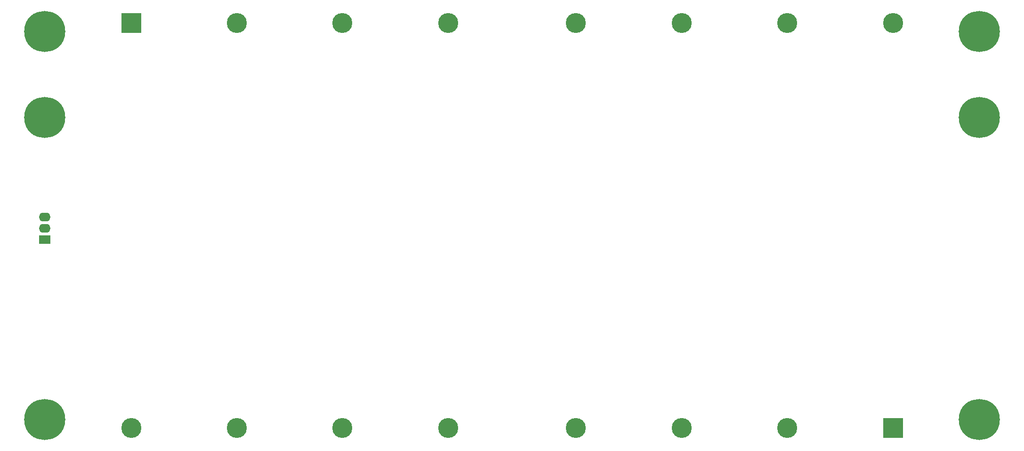
<source format=gbr>
G04 #@! TF.FileFunction,Soldermask,Bot*
%FSLAX46Y46*%
G04 Gerber Fmt 4.6, Leading zero omitted, Abs format (unit mm)*
G04 Created by KiCad (PCBNEW 4.0.6) date 04/26/18 16:11:40*
%MOMM*%
%LPD*%
G01*
G04 APERTURE LIST*
%ADD10C,0.100000*%
%ADD11R,3.600000X3.600000*%
%ADD12C,3.600000*%
%ADD13R,2.100000X1.600000*%
%ADD14O,2.100000X1.600000*%
%ADD15C,7.400000*%
G04 APERTURE END LIST*
D10*
D11*
X216500000Y-136500000D03*
D12*
X197500000Y-136500000D03*
X178500000Y-136500000D03*
X159500000Y-136500000D03*
X216500000Y-63500000D03*
X197500000Y-63500000D03*
X178500000Y-63500000D03*
X159500000Y-63500000D03*
D13*
X64000000Y-102500000D03*
D14*
X64000000Y-100500000D03*
X64000000Y-98500000D03*
D11*
X79500000Y-63500000D03*
D12*
X98500000Y-63500000D03*
X117500000Y-63500000D03*
X136500000Y-63500000D03*
X79500000Y-136500000D03*
X98500000Y-136500000D03*
X117500000Y-136500000D03*
X136500000Y-136500000D03*
D15*
X64000000Y-80500000D03*
X232000000Y-80500000D03*
X64000000Y-65000000D03*
X64000000Y-135000000D03*
X232000000Y-65000000D03*
X232000000Y-135000000D03*
M02*

</source>
